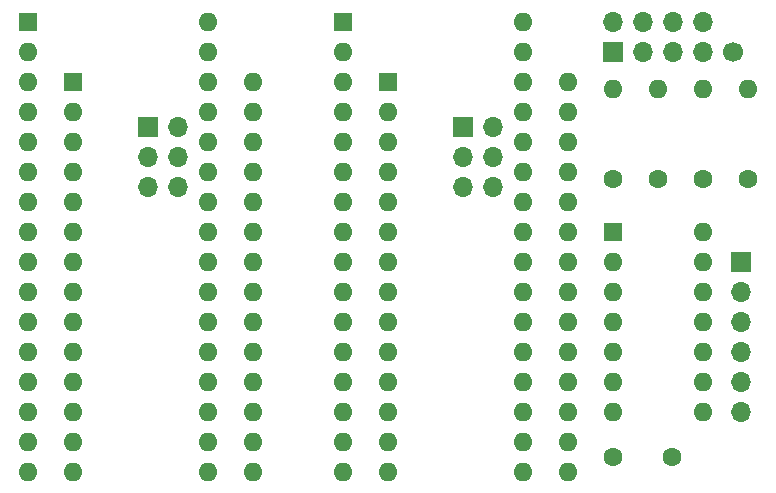
<source format=gbr>
%TF.GenerationSoftware,KiCad,Pcbnew,6.0.0-d3dd2cf0fa~116~ubuntu21.10.1*%
%TF.CreationDate,2022-01-11T21:52:59+01:00*%
%TF.ProjectId,QL_ROM_internal_V2,514c5f52-4f4d-45f6-996e-7465726e616c,rev?*%
%TF.SameCoordinates,Original*%
%TF.FileFunction,Soldermask,Bot*%
%TF.FilePolarity,Negative*%
%FSLAX46Y46*%
G04 Gerber Fmt 4.6, Leading zero omitted, Abs format (unit mm)*
G04 Created by KiCad (PCBNEW 6.0.0-d3dd2cf0fa~116~ubuntu21.10.1) date 2022-01-11 21:52:59*
%MOMM*%
%LPD*%
G01*
G04 APERTURE LIST*
%ADD10C,1.600000*%
%ADD11O,1.600000X1.600000*%
%ADD12R,1.600000X1.600000*%
%ADD13R,1.700000X1.700000*%
%ADD14O,1.700000X1.700000*%
%ADD15C,1.700000*%
G04 APERTURE END LIST*
D10*
%TO.C,R4*%
X160020000Y-71120000D03*
D11*
X160020000Y-63500000D03*
%TD*%
D12*
%TO.C,U5*%
X99060000Y-57785000D03*
D11*
X99060000Y-60325000D03*
X99060000Y-62865000D03*
X99060000Y-65405000D03*
X99060000Y-67945000D03*
X99060000Y-70485000D03*
X99060000Y-73025000D03*
X99060000Y-75565000D03*
X99060000Y-78105000D03*
X99060000Y-80645000D03*
X99060000Y-83185000D03*
X99060000Y-85725000D03*
X99060000Y-88265000D03*
X99060000Y-90805000D03*
X99060000Y-93345000D03*
X99060000Y-95885000D03*
X114300000Y-95885000D03*
X114300000Y-93345000D03*
X114300000Y-90805000D03*
X114300000Y-88265000D03*
X114300000Y-85725000D03*
X114300000Y-83185000D03*
X114300000Y-80645000D03*
X114300000Y-78105000D03*
X114300000Y-75565000D03*
X114300000Y-73025000D03*
X114300000Y-70485000D03*
X114300000Y-67945000D03*
X114300000Y-65405000D03*
X114300000Y-62865000D03*
X114300000Y-60325000D03*
X114300000Y-57785000D03*
%TD*%
D10*
%TO.C,R1*%
X148590000Y-71120000D03*
D11*
X148590000Y-63500000D03*
%TD*%
D12*
%TO.C,U1*%
X129530000Y-62875000D03*
D11*
X129530000Y-65415000D03*
X129530000Y-67955000D03*
X129530000Y-70495000D03*
X129530000Y-73035000D03*
X129530000Y-75575000D03*
X129530000Y-78115000D03*
X129530000Y-80655000D03*
X129530000Y-83195000D03*
X129530000Y-85735000D03*
X129530000Y-88275000D03*
X129530000Y-90815000D03*
X129530000Y-93355000D03*
X129530000Y-95895000D03*
X144770000Y-95895000D03*
X144770000Y-93355000D03*
X144770000Y-90815000D03*
X144770000Y-88275000D03*
X144770000Y-85735000D03*
X144770000Y-83195000D03*
X144770000Y-80655000D03*
X144770000Y-78115000D03*
X144770000Y-75575000D03*
X144770000Y-73035000D03*
X144770000Y-70495000D03*
X144770000Y-67955000D03*
X144770000Y-65415000D03*
X144770000Y-62875000D03*
%TD*%
D12*
%TO.C,U3*%
X148600000Y-75560000D03*
D11*
X148600000Y-78100000D03*
X148600000Y-80640000D03*
X148600000Y-83180000D03*
X148600000Y-85720000D03*
X148600000Y-88260000D03*
X148600000Y-90800000D03*
X156220000Y-90800000D03*
X156220000Y-88260000D03*
X156220000Y-85720000D03*
X156220000Y-83180000D03*
X156220000Y-80640000D03*
X156220000Y-78100000D03*
X156220000Y-75560000D03*
%TD*%
D13*
%TO.C,J2*%
X159455000Y-78105000D03*
D14*
X159455000Y-80645000D03*
X159455000Y-83185000D03*
X159455000Y-85725000D03*
X159455000Y-88265000D03*
X159455000Y-90805000D03*
%TD*%
D13*
%TO.C,J3*%
X109215000Y-66690000D03*
D14*
X111755000Y-66690000D03*
X109215000Y-69230000D03*
X111755000Y-69230000D03*
X109215000Y-71770000D03*
X111755000Y-71770000D03*
%TD*%
D10*
%TO.C,R3*%
X156210000Y-71120000D03*
D11*
X156210000Y-63500000D03*
%TD*%
D13*
%TO.C,J1*%
X148600000Y-60325000D03*
D14*
X148600000Y-57785000D03*
X151140000Y-60325000D03*
X151140000Y-57785000D03*
X153680000Y-60325000D03*
X153680000Y-57785000D03*
X156220000Y-60325000D03*
X156220000Y-57785000D03*
%TD*%
D12*
%TO.C,U2*%
X125725000Y-57785000D03*
D11*
X125725000Y-60325000D03*
X125725000Y-62865000D03*
X125725000Y-65405000D03*
X125725000Y-67945000D03*
X125725000Y-70485000D03*
X125725000Y-73025000D03*
X125725000Y-75565000D03*
X125725000Y-78105000D03*
X125725000Y-80645000D03*
X125725000Y-83185000D03*
X125725000Y-85725000D03*
X125725000Y-88265000D03*
X125725000Y-90805000D03*
X125725000Y-93345000D03*
X125725000Y-95885000D03*
X140965000Y-95885000D03*
X140965000Y-93345000D03*
X140965000Y-90805000D03*
X140965000Y-88265000D03*
X140965000Y-85725000D03*
X140965000Y-83185000D03*
X140965000Y-80645000D03*
X140965000Y-78105000D03*
X140965000Y-75565000D03*
X140965000Y-73025000D03*
X140965000Y-70485000D03*
X140965000Y-67945000D03*
X140965000Y-65405000D03*
X140965000Y-62865000D03*
X140965000Y-60325000D03*
X140965000Y-57785000D03*
%TD*%
D10*
%TO.C,R2*%
X152400000Y-71120000D03*
D11*
X152400000Y-63500000D03*
%TD*%
D15*
%TO.C,J5*%
X158750000Y-60325000D03*
%TD*%
D10*
%TO.C,C1*%
X153630000Y-94615000D03*
X148630000Y-94615000D03*
%TD*%
D12*
%TO.C,U4*%
X102870000Y-62865000D03*
D11*
X102870000Y-65405000D03*
X102870000Y-67945000D03*
X102870000Y-70485000D03*
X102870000Y-73025000D03*
X102870000Y-75565000D03*
X102870000Y-78105000D03*
X102870000Y-80645000D03*
X102870000Y-83185000D03*
X102870000Y-85725000D03*
X102870000Y-88265000D03*
X102870000Y-90805000D03*
X102870000Y-93345000D03*
X102870000Y-95885000D03*
X118110000Y-95885000D03*
X118110000Y-93345000D03*
X118110000Y-90805000D03*
X118110000Y-88265000D03*
X118110000Y-85725000D03*
X118110000Y-83185000D03*
X118110000Y-80645000D03*
X118110000Y-78105000D03*
X118110000Y-75565000D03*
X118110000Y-73025000D03*
X118110000Y-70485000D03*
X118110000Y-67945000D03*
X118110000Y-65405000D03*
X118110000Y-62865000D03*
%TD*%
D13*
%TO.C,J4*%
X135880000Y-66690000D03*
D14*
X138420000Y-66690000D03*
X135880000Y-69230000D03*
X138420000Y-69230000D03*
X135880000Y-71770000D03*
X138420000Y-71770000D03*
%TD*%
M02*

</source>
